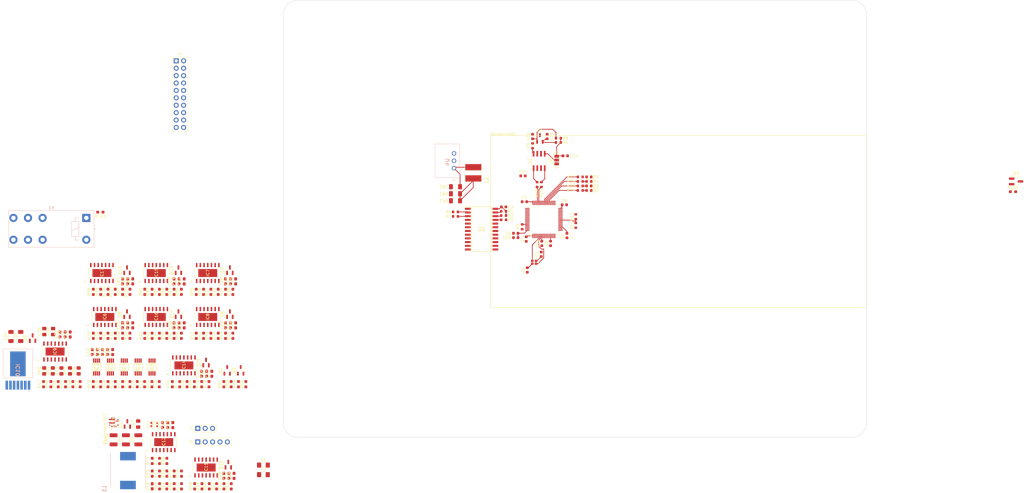
<source format=kicad_pcb>
(kicad_pcb
	(version 20240108)
	(generator "pcbnew")
	(generator_version "8.0")
	(general
		(thickness 1.6)
		(legacy_teardrops no)
	)
	(paper "A3")
	(title_block
		(title "PDU FT25")
		(date "2024-11-18")
		(rev "V1.0")
		(company "Janek Herm")
		(comment 1 "FasTTUBe Electronics")
	)
	(layers
		(0 "F.Cu" signal)
		(1 "In1.Cu" power)
		(2 "In2.Cu" signal)
		(31 "B.Cu" mixed)
		(32 "B.Adhes" user "B.Adhesive")
		(33 "F.Adhes" user "F.Adhesive")
		(34 "B.Paste" user)
		(35 "F.Paste" user)
		(37 "F.SilkS" user "F.Silkscreen")
		(38 "B.Mask" user)
		(39 "F.Mask" user)
		(40 "Dwgs.User" user "User.Drawings")
		(41 "Cmts.User" user "User.Comments")
		(42 "Eco1.User" user "User.Eco1")
		(43 "Eco2.User" user "User.Eco2")
		(44 "Edge.Cuts" user)
		(45 "Margin" user)
		(46 "B.CrtYd" user "B.Courtyard")
		(47 "F.CrtYd" user "F.Courtyard")
		(48 "B.Fab" user)
		(49 "F.Fab" user)
		(50 "User.1" user)
		(51 "User.2" user)
		(52 "User.3" user)
		(53 "User.4" user)
		(54 "User.5" user)
		(55 "User.6" user)
		(56 "User.7" user)
		(57 "User.8" user)
		(58 "User.9" user)
	)
	(setup
		(stackup
			(layer "F.SilkS"
				(type "Top Silk Screen")
			)
			(layer "F.Paste"
				(type "Top Solder Paste")
			)
			(layer "F.Mask"
				(type "Top Solder Mask")
				(thickness 0.01)
			)
			(layer "F.Cu"
				(type "copper")
				(thickness 0.035)
			)
			(layer "dielectric 1"
				(type "prepreg")
				(thickness 0.1)
				(material "FR4")
				(epsilon_r 4.5)
				(loss_tangent 0.02)
			)
			(layer "In1.Cu"
				(type "copper")
				(thickness 0.035)
			)
			(layer "dielectric 2"
				(type "core")
				(thickness 1.24)
				(material "FR4")
				(epsilon_r 4.5)
				(loss_tangent 0.02)
			)
			(layer "In2.Cu"
				(type "copper")
				(thickness 0.035)
			)
			(layer "dielectric 3"
				(type "prepreg")
				(thickness 0.1)
				(material "FR4")
				(epsilon_r 4.5)
				(loss_tangent 0.02)
			)
			(layer "B.Cu"
				(type "copper")
				(thickness 0.035)
			)
			(layer "B.Mask"
				(type "Bottom Solder Mask")
				(thickness 0.01)
			)
			(layer "B.Paste"
				(type "Bottom Solder Paste")
			)
			(copper_finish "None")
			(dielectric_constraints no)
		)
		(pad_to_mask_clearance 0)
		(allow_soldermask_bridges_in_footprints no)
		(pcbplotparams
			(layerselection 0x00010fc_ffffffff)
			(plot_on_all_layers_selection 0x0000000_00000000)
			(disableapertmacros no)
			(usegerberextensions no)
			(usegerberattributes yes)
			(usegerberadvancedattributes yes)
			(creategerberjobfile yes)
			(dashed_line_dash_ratio 12.000000)
			(dashed_line_gap_ratio 3.000000)
			(svgprecision 4)
			(plotframeref no)
			(viasonmask no)
			(mode 1)
			(useauxorigin no)
			(hpglpennumber 1)
			(hpglpenspeed 20)
			(hpglpendiameter 15.000000)
			(pdf_front_fp_property_popups yes)
			(pdf_back_fp_property_popups yes)
			(dxfpolygonmode yes)
			(dxfimperialunits yes)
			(dxfusepcbnewfont yes)
			(psnegative no)
			(psa4output no)
			(plotreference yes)
			(plotvalue yes)
			(plotfptext yes)
			(plotinvisibletext no)
			(sketchpadsonfab no)
			(subtractmaskfromsilk no)
			(outputformat 1)
			(mirror no)
			(drillshape 1)
			(scaleselection 1)
			(outputdirectory "")
		)
	)
	(net 0 "")
	(net 1 "GND")
	(net 2 "Net-(C1-Pad2)")
	(net 3 "Net-(C2-Pad1)")
	(net 4 "/MCU/Vref")
	(net 5 "CAN_H")
	(net 6 "CAN_L")
	(net 7 "+3V3")
	(net 8 "/MCU/NRST")
	(net 9 "/powerstages/IS4")
	(net 10 "+24V")
	(net 11 "/connectors/P_Out4")
	(net 12 "/powerstages/IS1")
	(net 13 "/connectors/P_Out1")
	(net 14 "/powerstages/IS7")
	(net 15 "/connectors/P_Out7")
	(net 16 "/powerstages/IS3")
	(net 17 "/powerstages/IS2")
	(net 18 "/connectors/P_Out2")
	(net 19 "/powerstages/IS9")
	(net 20 "/connectors/P_Out9")
	(net 21 "/powerstages/IS10")
	(net 22 "/powerstages/IS5")
	(net 23 "24V ASMS")
	(net 24 "/connectors/P_Out5")
	(net 25 "Net-(U4-V_In)")
	(net 26 "/connectors/P_Out3")
	(net 27 "/powerstages/IS8")
	(net 28 "/connectors/P_Out8")
	(net 29 "/powerstages/IS6")
	(net 30 "/connectors/P_Out6")
	(net 31 "Net-(D3-A)")
	(net 32 "Net-(D4-A)")
	(net 33 "Net-(D5-A)")
	(net 34 "unconnected-(D6-NC-Pad2)")
	(net 35 "Net-(D6-A)")
	(net 36 "Net-(D7-A)")
	(net 37 "unconnected-(D7-NC-Pad2)")
	(net 38 "unconnected-(D8-NC-Pad2)")
	(net 39 "Net-(D8-A)")
	(net 40 "unconnected-(D9-NC-Pad2)")
	(net 41 "Net-(D9-A)")
	(net 42 "unconnected-(D10-NC-Pad2)")
	(net 43 "Net-(D10-A)")
	(net 44 "Net-(D11-A)")
	(net 45 "unconnected-(D11-NC-Pad2)")
	(net 46 "unconnected-(D12-NC-Pad2)")
	(net 47 "Net-(D12-A)")
	(net 48 "unconnected-(D13-NC-Pad2)")
	(net 49 "Net-(D13-A)")
	(net 50 "Net-(D14-A)")
	(net 51 "unconnected-(D14-NC-Pad2)")
	(net 52 "unconnected-(D15-NC-Pad2)")
	(net 53 "Net-(D15-A)")
	(net 54 "Net-(IC6-GND)")
	(net 55 "Net-(IC6-IS)")
	(net 56 "Net-(IC6-DEN)")
	(net 57 "Net-(IC6-IN)")
	(net 58 "Net-(IC7-GND)")
	(net 59 "Net-(IC7-IS)")
	(net 60 "Net-(IC7-DEN)")
	(net 61 "Net-(IC7-IN)")
	(net 62 "Net-(IC8-IN)")
	(net 63 "Net-(IC8-IS)")
	(net 64 "Net-(IC8-GND)")
	(net 65 "Net-(IC8-DEN)")
	(net 66 "Net-(IC12-DEN)")
	(net 67 "Net-(IC12-GND)")
	(net 68 "Net-(IC12-IN)")
	(net 69 "Net-(IC12-IS)")
	(net 70 "Net-(IC17-IN)")
	(net 71 "Net-(IC17-DEN)")
	(net 72 "Net-(IC17-GND)")
	(net 73 "Net-(IC17-IS)")
	(net 74 "/MCU/SWCLK")
	(net 75 "/MCU/SWDIO")
	(net 76 "/MCU/UART_TX")
	(net 77 "/MCU/UART_RX")
	(net 78 "Net-(JP1-C)")
	(net 79 "Net-(Q1-G)")
	(net 80 "Net-(Q2-G)")
	(net 81 "/MCU/STATUS_LED1")
	(net 82 "/MCU/STATUS_LED2")
	(net 83 "/MCU/STATUS_LED3")
	(net 84 "/MCU/STATUS_LED4")
	(net 85 "/MCU/CAN_RX")
	(net 86 "/MCU/CAN_TX")
	(net 87 "/MCU/I2C_SDA")
	(net 88 "/MCU/I2C_SCL")
	(net 89 "/MCU/IN4")
	(net 90 "/MCU/IN1")
	(net 91 "/MCU/IN7")
	(net 92 "/MCU/IN3")
	(net 93 "/MCU/IN2")
	(net 94 "/MCU/IN9")
	(net 95 "/MCU/IN10")
	(net 96 "/MCU/IN5")
	(net 97 "/MCU/IN11")
	(net 98 "/MCU/IN12")
	(net 99 "/MCU/ISENSE2")
	(net 100 "/MCU/ISENSE1")
	(net 101 "/MCU/ISENSE3")
	(net 102 "/MCU/ISENSE4")
	(net 103 "/MCU/ISENSE5")
	(net 104 "/MCU/ISENSE6")
	(net 105 "/MCU/ISENSE7")
	(net 106 "/MCU/ISENSE8")
	(net 107 "/MCU/ISENSE10")
	(net 108 "/MCU/IN8")
	(net 109 "/MCU/IN6")
	(net 110 "/MCU/ISENSE9")
	(net 111 "/MCU/XTAL_IN")
	(net 112 "/MCU/XTAL_OUT")
	(net 113 "Net-(IC10-V_In)")
	(net 114 "Net-(IC10-FB)")
	(net 115 "Net-(IC10-SS)")
	(net 116 "Net-(IC13-SW)")
	(net 117 "Net-(IC13-BOOT)")
	(net 118 "Net-(IC13-V_In)")
	(net 119 "Net-(IC13-FB)")
	(net 120 "Net-(IC13-SS)")
	(net 121 "Net-(D2-A)")
	(net 122 "Net-(IC1-IN1-)")
	(net 123 "Net-(IC1-IN2-)")
	(net 124 "Net-(IC2-IN1-)")
	(net 125 "Net-(IC2-IN2-)")
	(net 126 "Net-(IC3-IN1-)")
	(net 127 "Net-(IC3-IN2-)")
	(net 128 "Net-(IC4-IN1-)")
	(net 129 "Net-(IC4-IN2-)")
	(net 130 "Net-(IC5-IN1-)")
	(net 131 "Net-(IC5-IN2-)")
	(net 132 "Net-(IC9-GND)")
	(net 133 "Net-(IC9-DEN)")
	(net 134 "Net-(IC9-IS)")
	(net 135 "Net-(IC9-IN)")
	(net 136 "Net-(IC10-EN)")
	(net 137 "Net-(IC10-RON)")
	(net 138 "Net-(IC11-DEN)")
	(net 139 "Net-(IC11-GND)")
	(net 140 "Net-(IC11-IN)")
	(net 141 "Net-(IC11-IS)")
	(net 142 "Net-(IC13-EN)")
	(net 143 "Net-(IC13-PG)")
	(net 144 "Net-(IC13-MODE)")
	(net 145 "Net-(IC14-GND)")
	(net 146 "Net-(IC14-IS)")
	(net 147 "Net-(IC14-DEN)")
	(net 148 "Net-(IC14-IN)")
	(net 149 "Net-(IC15-GND)")
	(net 150 "Net-(IC15-IS)")
	(net 151 "Net-(IC15-DEN)")
	(net 152 "Net-(IC15-IN)")
	(net 153 "Net-(IC16-IN)")
	(net 154 "Net-(IC16-IS)")
	(net 155 "Net-(IC16-GND)")
	(net 156 "Net-(IC16-DEN)")
	(net 157 "Net-(U3-BOOT0)")
	(net 158 "Net-(U1-A0)")
	(net 159 "Net-(U1-A1)")
	(net 160 "Net-(U1-A2)")
	(net 161 "Net-(U2-Rs)")
	(net 162 "Net-(U3-PA11)")
	(net 163 "Net-(U3-PC4)")
	(net 164 "Net-(U3-PA12)")
	(net 165 "unconnected-(U1-~{INT}-Pad1)")
	(net 166 "unconnected-(U1-IO0_2-Pad6)")
	(net 167 "unconnected-(U1-IO0_0-Pad4)")
	(net 168 "unconnected-(U1-IO0_1-Pad5)")
	(net 169 "unconnected-(U1-IO1_2-Pad15)")
	(net 170 "unconnected-(U3-PB10-Pad29)")
	(net 171 "unconnected-(U3-PC14-Pad3)")
	(net 172 "unconnected-(U3-PB12-Pad33)")
	(net 173 "unconnected-(U3-PB3-Pad55)")
	(net 174 "unconnected-(U3-PB15-Pad36)")
	(net 175 "unconnected-(U3-PC10-Pad51)")
	(net 176 "unconnected-(U3-PB9-Pad62)")
	(net 177 "unconnected-(U3-PA8-Pad41)")
	(net 178 "unconnected-(U3-PF4-Pad18)")
	(net 179 "unconnected-(U3-PD2-Pad54)")
	(net 180 "unconnected-(U3-PB6-Pad58)")
	(net 181 "unconnected-(U3-PC5-Pad25)")
	(net 182 "unconnected-(U3-PC13-Pad2)")
	(net 183 "unconnected-(U3-PB4-Pad56)")
	(net 184 "unconnected-(U3-PC0-Pad8)")
	(net 185 "unconnected-(U3-PB11-Pad30)")
	(net 186 "unconnected-(U3-PC12-Pad53)")
	(net 187 "unconnected-(U3-PB2-Pad28)")
	(net 188 "unconnected-(U3-PB14-Pad35)")
	(net 189 "unconnected-(U3-PB5-Pad57)")
	(net 190 "unconnected-(U3-PC11-Pad52)")
	(net 191 "unconnected-(U3-PB13-Pad34)")
	(net 192 "unconnected-(U3-PB1-Pad27)")
	(net 193 "unconnected-(U3-PB0-Pad26)")
	(net 194 "unconnected-(U3-PC15-Pad4)")
	(net 195 "/MCU/PC_EN")
	(net 196 "unconnected-(U3-PB8-Pad61)")
	(net 197 "Net-(K1-PadA1)")
	(net 198 "unconnected-(K1-Pad12)")
	(net 199 "unconnected-(K1-Pad24)")
	(net 200 "/RBR/SDC OUT")
	(net 201 "/RBR/RES2")
	(net 202 "Net-(Q1-D)")
	(net 203 "Net-(Q2-D)")
	(net 204 "/RBR/SDC IN")
	(net 205 "EBS Valve 2")
	(net 206 "EBS Valve 1")
	(net 207 "unconnected-(J4-Pin_10-Pad10)")
	(net 208 "unconnected-(J4-Pin_20-Pad20)")
	(net 209 "unconnected-(J4-Pin_18-Pad18)")
	(net 210 "unconnected-(J4-Pin_19-Pad19)")
	(net 211 "Net-(Q3-S)")
	(footprint "Resistor_SMD:R_0603_1608Metric_Pad0.98x0.95mm_HandSolder" (layer "F.Cu") (at 78.065 192.285 90))
	(footprint "MountingHole:MountingHole_4.3mm_M4" (layer "F.Cu") (at 111.375 202.625))
	(footprint "Capacitor_SMD:C_0603_1608Metric_Pad1.08x0.95mm_HandSolder" (layer "F.Cu") (at 45.035 181.255 90))
	(footprint "Capacitor_SMD:C_0603_1608Metric_Pad1.08x0.95mm_HandSolder" (layer "F.Cu") (at 63.905 206.315 90))
	(footprint "Connector_PinHeader_2.54mm:PinHeader_2x10_P2.54mm_Vertical" (layer "F.Cu") (at 66.825 81.325))
	(footprint "Resistor_SMD:R_0603_1608Metric_Pad0.98x0.95mm_HandSolder" (layer "F.Cu") (at 38.415 192.285 90))
	(footprint "Resistor_SMD:R_0603_1608Metric_Pad0.98x0.95mm_HandSolder" (layer "F.Cu") (at 45.945 160.595 90))
	(footprint "Capacitor_SMD:C_0603_1608Metric_Pad1.08x0.95mm_HandSolder" (layer "F.Cu") (at 79.025 188.705 90))
	(footprint "Resistor_SMD:R_0603_1608Metric" (layer "F.Cu") (at 162.565 133.175 180))
	(footprint "MountingHole:MountingHole_4.3mm_M4" (layer "F.Cu") (at 295.675 68.375))
	(footprint "Resistor_SMD:R_0603_1608Metric_Pad0.98x0.95mm_HandSolder" (layer "F.Cu") (at 68.635 222.975 90))
	(footprint "Capacitor_SMD:C_0603_1608Metric" (layer "F.Cu") (at 185.705 120.805))
	(footprint "Capacitor_SMD:C_1206_3216Metric_Pad1.33x1.80mm_HandSolder" (layer "F.Cu") (at 10.175 175.915 90))
	(footprint "Resistor_SMD:R_0603_1608Metric_Pad0.98x0.95mm_HandSolder" (layer "F.Cu") (at 56.055 160.595 90))
	(footprint "Resistor_SMD:R_0603_1608Metric_Pad0.98x0.95mm_HandSolder" (layer "F.Cu") (at 63.615 218.625 90))
	(footprint "Resistor_SMD:R_0603_1608Metric_Pad0.98x0.95mm_HandSolder" (layer "F.Cu") (at 61.005 192.285 90))
	(footprint "Capacitor_SMD:C_0603_1608Metric" (layer "F.Cu") (at 193.985 107.295 90))
	(footprint "Resistor_SMD:R_0603_1608Metric_Pad0.98x0.95mm_HandSolder" (layer "F.Cu") (at 66.095 160.595 90))
	(footprint "Capacitor_SMD:C_0603_1608Metric" (layer "F.Cu") (at 199.885 130.725 180))
	(footprint "Capacitor_SMD:C_1210_3225Metric_Pad1.33x2.70mm_HandSolder" (layer "F.Cu") (at 45.345 211.375 90))
	(footprint "Resistor_SMD:R_0603_1608Metric_Pad0.98x0.95mm_HandSolder" (layer "F.Cu") (at 48.455 192.285 90))
	(footprint "Package_TO_SOT_SMD:SOT-23" (layer "F.Cu") (at 49.95 153.165 90))
	(footprint "Capacitor_SMD:C_0603_1608Metric_Pad1.08x0.95mm_HandSolder" (layer "F.Cu") (at 75.525 188.705 90))
	(footprint "Capacitor_SMD:C_0603_1608Metric_Pad1.08x0.95mm_HandSolder" (layer "F.Cu") (at 66.065 157.015 90))
	(footprint "TSL6002IST:SOP65P490X110-8N" (layer "F.Cu") (at 39.535 186.385 90))
	(footprint "Capacitor_SMD:C_0603_1608Metric_Pad1.08x0.95mm_HandSolder" (layer "F.Cu") (at 48.425 172.095 90))
	(footprint "BTT6010-1ERB:SOIC14_BTT6010-1ERB_INF" (layer "F.Cu") (at 25.299 181.079799 90))
	(footprint "Resistor_SMD:R_0603_1608Metric_Pad0.98x0.95mm_HandSolder" (layer "F.Cu") (at 58.595 222.975 90))
	(footprint "Diode_SMD:D_0603_1608Metric" (layer "F.Cu") (at 208.29 124.255 180))
	(footprint "Resistor_SMD:R_0603_1608Metric_Pad0.98x0.95mm_HandSolder" (layer "F.Cu") (at 40.925 160.595 90))
	(footprint "Resistor_SMD:R_0603_1608Metric_Pad0.98x0.95mm_HandSolder" (layer "F.Cu") (at 75.655 227.325 90))
	(footprint "Package_TO_SOT_SMD:SOT-23" (layer "F.Cu") (at 17.6 176.475 90))
	(footprint "Capacitor_SMD:C_1206_3216Metric_Pad1.33x1.80mm_HandSolder" (layer "F.Cu") (at 13.525 175.915 90))
	(footprint "Resistor_SMD:R_0603_1608Metric" (layer "F.Cu") (at 205.325 122.705))
	(footprint "Capacitor_SMD:C_0603_1608Metric_Pad1.08x0.95mm_HandSolder" (layer "F.Cu") (at 38.035 181.255 90))
	(footprint "Resistor_SMD:R_0603_1608Metric_Pad0.98x0.95mm_HandSolder" (layer "F.Cu") (at 55.985 192.285 90))
	(footprint "Resistor_SMD:R_0603_1608Metric" (layer "F.Cu") (at 205.325 121.165))
	(footprint "Resistor_SMD:R_0603_1608Metric"
		(layer "F.Cu")
		(uuid "273ede88-747e-4378-85cb-b0e8158d4c2e")
		(at 205.32 124.265)
		(descr "Resistor SMD 0603 (1608 Metric), square (rectangular) end terminal, IPC_7351 nominal, (Body size source: IPC-SM-782 page 72, https://www.pcb-3d.com/wordpress/wp-content/uploads/ipc-sm-782a_amendment_1_and_2.pdf), generated with kicad-footprint-generator")
		(tags "resistor")
		(property "Reference" "R15"
			(at -3.125 -0.005 360)
			(layer "F.SilkS")
			(uuid "7d2ee25b-0d71-4de7-8f21-1e68ab9c1067")
			(effects
				(font
					(size 1 1)
					(thickness 0.15)
				)
			)
		)
		(property "Value" "1k"
			(at 0 1.43 360)
			(layer "F.Fab")
			(uuid "764c5c9c-67e0-4f24-9b6b-6d862f31792f")
			(effects
				(font
					(size 1 1)
					(thickness 0.15)
				)
			)
		)
		(property "Footprint" "Resistor_SMD:R_0603_1608Metric"
			(at 0 0 0)
			(unlocked yes)
			(layer "F.Fab")
			(hide yes)
			(uuid "36fc76c5-ea04-4de2-872c-0d84ff0bbc33")
			(effects
				(font
					(size 1.27 1.27)
					(thickness 0.15)
				)
			)
		)
		(property "Datasheet" ""
			(at 0 0 0)
			(unlocked yes)
			(layer "F.Fab")
			(hide yes)
			(uuid "4f213274-e2b3-49b5-9f55-07be1e8aa347")
			(effects
				(font
					(size 1.27 1.27)
					(thickness 0.15)
				)
			)
		)
		(property "Description" ""
			(at 0 0 0)
			(unlocked yes)
			(layer "F.Fab")
			(hide yes)
			(uuid "e8d59df0-88b2-4ce8-8192-ae9989f947e3")
			(effects
				(font
					(size 1.27 1.27)
					(thickness 0.15)
				)
			)
		)
		(property ki_fp_filters "R_*")
		(path "/45a2780d-c966-4bde-be6e-96cda1cd3a4a/b4573e78-4d44-403c-b090-99a7671258c2")
		(sheetname "MCU")
		(sheetfile "mcu.kicad_sch")
		(attr smd)
		(fp_line
			(start -0.237258 -0.5225)
			(end 0.237258 -0.5225)
			(stroke
				(width 0.12)
				(type solid)
			)
			(layer "F.SilkS")
			(uuid "258fa239-112f-4b6a-8fd0-4d3da0eb4a0c")
		)
		(fp_line
			(start -0.237258 0.5225)
			(end 0.237258 0.5225)
			(stroke
				(width 0.12)
				(type solid)
			)
			(layer "F.SilkS")
			(uuid "c1f34713-382f-40aa-9e02-07067ff96f71")
		)
		(fp_line
			(start -1.48 -0.73)
			(end 1.48 -0.73)
			(stroke
				(width 0.05)
				(type solid)
			)
			(layer "F.CrtYd")
			(uuid "5c4c188d-df9c-4169-8139-b9abeaaa0eaa")
		)
		(fp_line
			(start -1.48 0.73)
			(end -1.48 -0.73)
			(stroke
				(width 0.05)
				(type solid)
			)
			(layer "F.CrtYd")
			(uuid "ceff9c72-b2b3-4528-8df4-493ae16bbbd4")
		)
		(fp_line
			(start 1.48 -0.73)
			(end 1.48 0.73)
			(stroke
				(width 0.05)
				(type solid)
			)
			(layer "F.CrtYd")
			(uuid "8b38f429-7827-4826-8aaa-54ec153c240b")
		)
		(fp_line
			(start 1.48 0.73)
			(end -1.48 0.73)
			(stroke
				(width 0.05)
				(type solid)
			)
			(layer "F.CrtYd")
			(uuid "211e9f13-1606-49df-a23b-609e0ccb5aa9")
		)
		(fp_line
			(start -0.8 -0.4125)
			(end 0.8 -0.4125)
			(stroke
				(width 0.1)
				(type solid)
			)
			(layer "F.Fab")
			(uuid "03faae1b-0947-473b-aef0-c6ffcde012e5")
		)
		(fp_line
			(start -0.8 0.4125)
			(end -0.8 -0.4125)
			(stroke
				(width 0.1)
				(type solid)
			)
			(layer "F.Fab")
			(uuid "480f79bd-452f-458a-b6bc-9270f3a9b57f")
		)
		(fp_line
			(start 0.8 -0.4125)
			(end 0.8 0.4125)
			(stroke
				(width 0.1)
				(type solid)
			)
			(layer "F.Fab")
			(uuid "dbc15649-ab81-4706-ad0d-787dc531b6f1")
		)
		(fp_line
			(start 0.8 0.4125)
			(end -0.8 0.4125)
			(stroke
				(width 0.1)
				(type solid)
			)
			(layer "F.Fab")
			(uuid "ff91a6bd-c270-4130-9490-a13c76765c48")
		)
		(fp_text user "${REFERENCE}"
			(at 0 0 360)
			(layer "F.Fab")
			(uuid "88714662-7a81-457d-8d37-b4a556bcadee")
			(effects
				(font
					(size 0.4 0.4)
					(thickness 0.06)
				)
			)
		)
		(pad "1" smd roundrect
			(at -0.825 0)
			(size 0.8 0.95)
			(layers "F.Cu" "F.Paste" "F.Mask")
			(roundrect_r
... [1052995 chars truncated]
</source>
